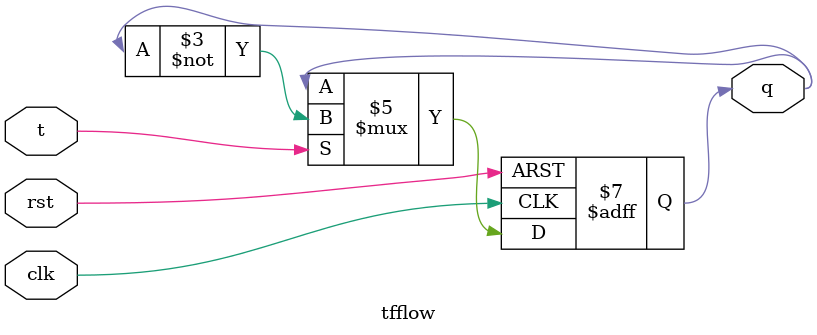
<source format=v>
module tfflow(clk, rst, t, q);
  input clk;
  input rst;   // asynchronous active-low reset
  input t;
  output reg q;

  always @(negedge clk or negedge rst) begin
    if (!rst)
      q = 1'b0;        // reset is active low
    else if (t)
      q = ~q;          // toggle on T=1
  end
endmodule


</source>
